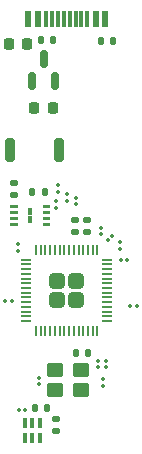
<source format=gbr>
%TF.GenerationSoftware,KiCad,Pcbnew,9.0.3*%
%TF.CreationDate,2025-12-07T00:49:16-08:00*%
%TF.ProjectId,pcb,7063622e-6b69-4636-9164-5f7063625858,rev?*%
%TF.SameCoordinates,Original*%
%TF.FileFunction,Paste,Top*%
%TF.FilePolarity,Positive*%
%FSLAX46Y46*%
G04 Gerber Fmt 4.6, Leading zero omitted, Abs format (unit mm)*
G04 Created by KiCad (PCBNEW 9.0.3) date 2025-12-07 00:49:16*
%MOMM*%
%LPD*%
G01*
G04 APERTURE LIST*
G04 Aperture macros list*
%AMRoundRect*
0 Rectangle with rounded corners*
0 $1 Rounding radius*
0 $2 $3 $4 $5 $6 $7 $8 $9 X,Y pos of 4 corners*
0 Add a 4 corners polygon primitive as box body*
4,1,4,$2,$3,$4,$5,$6,$7,$8,$9,$2,$3,0*
0 Add four circle primitives for the rounded corners*
1,1,$1+$1,$2,$3*
1,1,$1+$1,$4,$5*
1,1,$1+$1,$6,$7*
1,1,$1+$1,$8,$9*
0 Add four rect primitives between the rounded corners*
20,1,$1+$1,$2,$3,$4,$5,0*
20,1,$1+$1,$4,$5,$6,$7,0*
20,1,$1+$1,$6,$7,$8,$9,0*
20,1,$1+$1,$8,$9,$2,$3,0*%
G04 Aperture macros list end*
%ADD10C,0.010000*%
%ADD11RoundRect,0.067500X-0.067500X0.067500X-0.067500X-0.067500X0.067500X-0.067500X0.067500X0.067500X0*%
%ADD12RoundRect,0.067500X-0.067500X-0.067500X0.067500X-0.067500X0.067500X0.067500X-0.067500X0.067500X0*%
%ADD13RoundRect,0.067500X0.067500X-0.067500X0.067500X0.067500X-0.067500X0.067500X-0.067500X-0.067500X0*%
%ADD14RoundRect,0.067500X0.000000X-0.095459X0.095459X0.000000X0.000000X0.095459X-0.095459X0.000000X0*%
%ADD15RoundRect,0.067500X0.067500X0.067500X-0.067500X0.067500X-0.067500X-0.067500X0.067500X-0.067500X0*%
%ADD16R,0.600000X1.450000*%
%ADD17R,0.300000X1.450000*%
%ADD18RoundRect,0.135000X0.135000X0.185000X-0.135000X0.185000X-0.135000X-0.185000X0.135000X-0.185000X0*%
%ADD19RoundRect,0.135000X0.185000X-0.135000X0.185000X0.135000X-0.185000X0.135000X-0.185000X-0.135000X0*%
%ADD20RoundRect,0.249999X-0.395001X-0.395001X0.395001X-0.395001X0.395001X0.395001X-0.395001X0.395001X0*%
%ADD21RoundRect,0.050000X-0.387500X-0.050000X0.387500X-0.050000X0.387500X0.050000X-0.387500X0.050000X0*%
%ADD22RoundRect,0.050000X-0.050000X-0.387500X0.050000X-0.387500X0.050000X0.387500X-0.050000X0.387500X0*%
%ADD23RoundRect,0.100000X0.100000X-0.337500X0.100000X0.337500X-0.100000X0.337500X-0.100000X-0.337500X0*%
%ADD24RoundRect,0.225000X0.225000X0.250000X-0.225000X0.250000X-0.225000X-0.250000X0.225000X-0.250000X0*%
%ADD25RoundRect,0.135000X-0.185000X0.135000X-0.185000X-0.135000X0.185000X-0.135000X0.185000X0.135000X0*%
%ADD26RoundRect,0.200000X-0.200000X-0.800000X0.200000X-0.800000X0.200000X0.800000X-0.200000X0.800000X0*%
%ADD27RoundRect,0.135000X-0.135000X-0.185000X0.135000X-0.185000X0.135000X0.185000X-0.135000X0.185000X0*%
%ADD28RoundRect,0.150000X0.150000X-0.587500X0.150000X0.587500X-0.150000X0.587500X-0.150000X-0.587500X0*%
%ADD29RoundRect,0.250000X0.450000X0.350000X-0.450000X0.350000X-0.450000X-0.350000X0.450000X-0.350000X0*%
G04 APERTURE END LIST*
D10*
%TO.C,U3*%
X198900000Y-81750000D02*
X198350000Y-81750000D01*
X198350000Y-81550000D01*
X198900000Y-81550000D01*
X198900000Y-81750000D01*
G36*
X198900000Y-81750000D02*
G01*
X198350000Y-81750000D01*
X198350000Y-81550000D01*
X198900000Y-81550000D01*
X198900000Y-81750000D01*
G37*
X198900000Y-82250000D02*
X198350000Y-82250000D01*
X198350000Y-82050000D01*
X198900000Y-82050000D01*
X198900000Y-82250000D01*
G36*
X198900000Y-82250000D02*
G01*
X198350000Y-82250000D01*
X198350000Y-82050000D01*
X198900000Y-82050000D01*
X198900000Y-82250000D01*
G37*
X198900000Y-82750000D02*
X198350000Y-82750000D01*
X198350000Y-82550000D01*
X198900000Y-82550000D01*
X198900000Y-82750000D01*
G36*
X198900000Y-82750000D02*
G01*
X198350000Y-82750000D01*
X198350000Y-82550000D01*
X198900000Y-82550000D01*
X198900000Y-82750000D01*
G37*
X198900000Y-83250000D02*
X198350000Y-83250000D01*
X198350000Y-83050000D01*
X198900000Y-83050000D01*
X198900000Y-83250000D01*
G36*
X198900000Y-83250000D02*
G01*
X198350000Y-83250000D01*
X198350000Y-83050000D01*
X198900000Y-83050000D01*
X198900000Y-83250000D01*
G37*
X201650000Y-81750000D02*
X201100000Y-81750000D01*
X201100000Y-81550000D01*
X201650000Y-81550000D01*
X201650000Y-81750000D01*
G36*
X201650000Y-81750000D02*
G01*
X201100000Y-81750000D01*
X201100000Y-81550000D01*
X201650000Y-81550000D01*
X201650000Y-81750000D01*
G37*
X201650000Y-82250000D02*
X201100000Y-82250000D01*
X201100000Y-82050000D01*
X201650000Y-82050000D01*
X201650000Y-82250000D01*
G36*
X201650000Y-82250000D02*
G01*
X201100000Y-82250000D01*
X201100000Y-82050000D01*
X201650000Y-82050000D01*
X201650000Y-82250000D01*
G37*
X201650000Y-82750000D02*
X201100000Y-82750000D01*
X201100000Y-82550000D01*
X201650000Y-82550000D01*
X201650000Y-82750000D01*
G36*
X201650000Y-82750000D02*
G01*
X201100000Y-82750000D01*
X201100000Y-82550000D01*
X201650000Y-82550000D01*
X201650000Y-82750000D01*
G37*
X201650000Y-83250000D02*
X201100000Y-83250000D01*
X201100000Y-83050000D01*
X201650000Y-83050000D01*
X201650000Y-83250000D01*
G36*
X201650000Y-83250000D02*
G01*
X201100000Y-83250000D01*
X201100000Y-83050000D01*
X201650000Y-83050000D01*
X201650000Y-83250000D01*
G37*
X200100000Y-82300000D02*
X199900000Y-82300000D01*
X199900000Y-81800000D01*
X200100000Y-81800000D01*
X200100000Y-82300000D01*
G36*
X200100000Y-82300000D02*
G01*
X199900000Y-82300000D01*
X199900000Y-81800000D01*
X200100000Y-81800000D01*
X200100000Y-82300000D01*
G37*
X200100000Y-83000000D02*
X199900000Y-83000000D01*
X199900000Y-82500000D01*
X200100000Y-82500000D01*
X200100000Y-83000000D01*
G36*
X200100000Y-83000000D02*
G01*
X199900000Y-83000000D01*
X199900000Y-82500000D01*
X200100000Y-82500000D01*
X200100000Y-83000000D01*
G37*
%TD*%
D11*
%TO.C,C1*%
X205780000Y-94745001D03*
X205780000Y-95294999D03*
%TD*%
D12*
%TO.C,C2*%
X209085000Y-90150000D03*
X208535000Y-90150000D03*
%TD*%
D13*
%TO.C,C3*%
X203900000Y-80925001D03*
X203900000Y-81474999D03*
%TD*%
%TO.C,C4*%
X203200000Y-81214999D03*
X203200000Y-80665001D03*
%TD*%
D14*
%TO.C,C5*%
X207013205Y-84148317D03*
X206624297Y-84537225D03*
%TD*%
D12*
%TO.C,C6*%
X208275000Y-86190000D03*
X207725000Y-86190000D03*
%TD*%
D15*
%TO.C,C7*%
X197925001Y-89680000D03*
X198474999Y-89680000D03*
%TD*%
D13*
%TO.C,C8*%
X207630000Y-85269998D03*
X207630000Y-84720000D03*
%TD*%
%TO.C,C9*%
X199010000Y-84895001D03*
X199010000Y-85444999D03*
%TD*%
D11*
%TO.C,C10*%
X206450000Y-94745001D03*
X206450000Y-95294999D03*
%TD*%
D13*
%TO.C,C11*%
X202230000Y-81794999D03*
X202230000Y-81245001D03*
%TD*%
%TO.C,C12*%
X206020000Y-84024999D03*
X206020000Y-83475001D03*
%TD*%
D11*
%TO.C,C15*%
X200810000Y-96734999D03*
X200810000Y-96185001D03*
%TD*%
D13*
%TO.C,C16*%
X206260000Y-96305001D03*
X206260000Y-96854999D03*
%TD*%
%TO.C,C17*%
X202400000Y-80424999D03*
X202400000Y-79875001D03*
%TD*%
D12*
%TO.C,C18*%
X199654999Y-98940000D03*
X199105001Y-98940000D03*
%TD*%
D16*
%TO.C,J1*%
X206395000Y-65830000D03*
X205595001Y-65830000D03*
D17*
X204395000Y-65829999D03*
X203395000Y-65830000D03*
X202895000Y-65830000D03*
X201895000Y-65829999D03*
D16*
X200694999Y-65830000D03*
X199895000Y-65830000D03*
X199895000Y-65830000D03*
X200694999Y-65830000D03*
D17*
X201395000Y-65830000D03*
X202395000Y-65830000D03*
X203895000Y-65830000D03*
X204895000Y-65830000D03*
D16*
X205595001Y-65830000D03*
X206395000Y-65830000D03*
%TD*%
D18*
%TO.C,R8*%
X200470001Y-98770000D03*
X201489999Y-98770000D03*
%TD*%
D19*
%TO.C,R9*%
X202260000Y-99680001D03*
X202260000Y-100699999D03*
%TD*%
D20*
%TO.C,U1*%
X202345000Y-87985000D03*
X202345000Y-89585000D03*
X203945000Y-87985000D03*
X203945000Y-89585000D03*
D21*
X199707500Y-86185000D03*
X199707500Y-86585000D03*
X199707500Y-86985000D03*
X199707500Y-87385000D03*
X199707500Y-87785000D03*
X199707500Y-88185000D03*
X199707500Y-88585000D03*
X199707500Y-88985000D03*
X199707500Y-89385000D03*
X199707500Y-89785000D03*
X199707500Y-90185000D03*
X199707500Y-90585000D03*
X199707500Y-90985000D03*
X199707500Y-91385000D03*
D22*
X200545000Y-92222500D03*
X200945000Y-92222500D03*
X201345000Y-92222500D03*
X201745000Y-92222500D03*
X202145000Y-92222500D03*
X202545000Y-92222500D03*
X202945000Y-92222500D03*
X203345000Y-92222500D03*
X203745000Y-92222500D03*
X204145000Y-92222500D03*
X204545000Y-92222500D03*
X204945000Y-92222500D03*
X205345000Y-92222500D03*
X205745000Y-92222500D03*
D21*
X206582500Y-91385000D03*
X206582500Y-90985000D03*
X206582500Y-90585000D03*
X206582500Y-90185000D03*
X206582500Y-89785000D03*
X206582500Y-89385000D03*
X206582500Y-88985000D03*
X206582500Y-88585000D03*
X206582500Y-88185000D03*
X206582500Y-87785000D03*
X206582500Y-87385000D03*
X206582500Y-86985000D03*
X206582500Y-86585000D03*
X206582500Y-86185000D03*
D22*
X205745000Y-85347500D03*
X205345000Y-85347500D03*
X204945000Y-85347500D03*
X204545000Y-85347500D03*
X204145000Y-85347500D03*
X203745000Y-85347500D03*
X203345000Y-85347500D03*
X202945000Y-85347500D03*
X202545000Y-85347500D03*
X202145000Y-85347500D03*
X201745000Y-85347500D03*
X201345000Y-85347500D03*
X200945000Y-85347500D03*
X200545000Y-85347500D03*
%TD*%
D23*
%TO.C,U4*%
X199582500Y-100012500D03*
X200232500Y-100012499D03*
X200882500Y-100012500D03*
X200882500Y-101287500D03*
X200232500Y-101287501D03*
X199582500Y-101287500D03*
%TD*%
D19*
%TO.C,R7*%
X198660000Y-79660001D03*
X198660000Y-80679999D03*
%TD*%
D24*
%TO.C,C13*%
X200395000Y-73360000D03*
X201945000Y-73360000D03*
%TD*%
%TO.C,C14*%
X198235000Y-67930000D03*
X199785000Y-67930000D03*
%TD*%
D25*
%TO.C,R3*%
X203845000Y-82837501D03*
X203845000Y-83857499D03*
%TD*%
D18*
%TO.C,R5*%
X204979999Y-94080000D03*
X203960001Y-94080000D03*
%TD*%
%TO.C,R2*%
X201000001Y-67620000D03*
X202019999Y-67620000D03*
%TD*%
D26*
%TO.C,SW1*%
X202520000Y-76900000D03*
X198320000Y-76900000D03*
%TD*%
D27*
%TO.C,R1*%
X207040000Y-67660000D03*
X206020000Y-67660000D03*
%TD*%
D18*
%TO.C,R6*%
X201269999Y-80440000D03*
X200250001Y-80440000D03*
%TD*%
D28*
%TO.C,U2*%
X201190000Y-69162499D03*
X202140000Y-71037500D03*
X200240000Y-71037500D03*
%TD*%
D25*
%TO.C,R4*%
X204845000Y-83857499D03*
X204845000Y-82837501D03*
%TD*%
D29*
%TO.C,Y1*%
X204390000Y-95530000D03*
X202190000Y-95530000D03*
X202190000Y-97230000D03*
X204390000Y-97230000D03*
%TD*%
M02*

</source>
